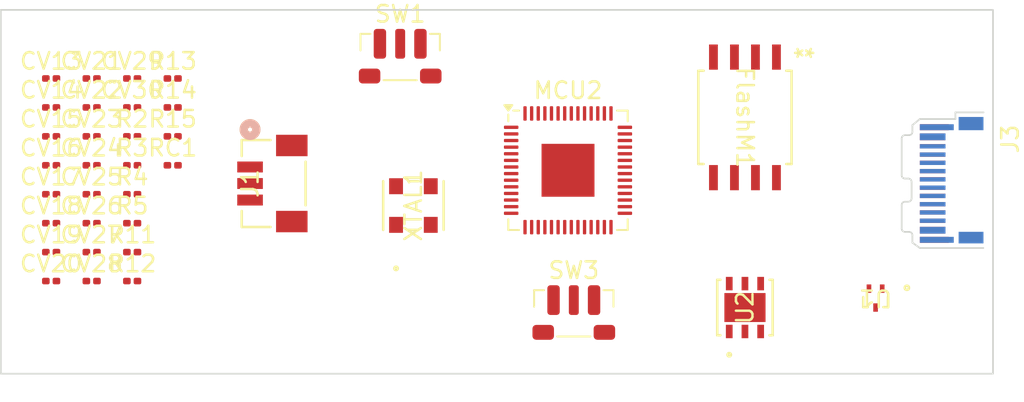
<source format=kicad_pcb>
(kicad_pcb (version 20240108) (generator "pcbnew") (generator_version "8.0")
  (layers (0 "F.Cu" signal) (1 "In1.Cu" signal) (2 "In2.Cu" signal) (31 "B.Cu" signal) (34 "B.Paste" user) (35 "F.Paste" user) (36 "B.SilkS" user "B.Silkscreen") (37 "F.SilkS" user "F.Silkscreen") (38 "B.Mask" user) (39 "F.Mask" user) (44 "Edge.Cuts" user))
  (net 0 "")
  (net 1 "Net-(MCU2-RUN)")
  (net 2 "GND")
  (net 3 "Net-(MCU2-VREG_VOUT)")
  (net 4 "+3.3V")
  (net 5 "/+5V")
  (net 6 "/MCU QSPI_SD1")
  (net 7 "/MCU QSPI_SD2")
  (net 8 "/MCU QSPI_SS")
  (net 9 "/MCU QSPI_SD0")
  (net 10 "/MCU QSPI_SD3")
  (net 11 "/MCU QSPI_SCLK")
  (net 12 "Net-(J1-Pad3)")
  (net 13 "Net-(J1-Pad1)")
  (net 14 "/USB_DP")
  (net 19 "/USB_DM")
  (net 20 "Net-(J3-CC2)")
  (net 22 "Net-(J3-CC1)")
  (net 24 "/GP12{slash}I2C0 SDA")
  (net 25 "/GP9{slash}SPI1 ~{CS}")
  (net 26 "/GP17{slash}SPI0 ~{CS}")
  (net 27 "/GP10{slash}SPI1 SCK")
  (net 28 "Net-(MCU2-SWD)")
  (net 29 "/GP20{slash}PWM2 A{slash}CLKIN 0")
  (net 30 "/GP27_ADC1")
  (net 31 "/GP5{slash}UART1 RX")
  (net 32 "/GP28_ADC2")
  (net 33 "Net-(MCU2-USB_DP)")
  (net 34 "/GP18{slash}SPI0 SCK")
  (net 35 "Net-(MCU2-SWCLK)")
  (net 36 "/GP25{slash}PWM4 B")
  (net 37 "/GP8{slash}SPI1 MISO")
  (net 38 "/GP21{slash}PWM2 B{slash}CLKOUT 0")
  (net 39 "/GP26_ADC0")
  (net 40 "/GP11{slash}SPI1 MOSI")
  (net 42 "/GP7{slash}UART1 RTS")
  (net 43 "/GP22{slash}PWM3 A{slash}CLKIN 1")
  (net 44 "Net-(MCU2-USB_DM)")
  (net 45 "/GP1{slash}UART0 RX")
  (net 46 "/GP0{slash}UART0 TX")
  (net 47 "CRYSTAL")
  (net 48 "/GP4{slash}UART1 TX")
  (net 49 "/GP29_ADC3")
  (net 50 "/GP6{slash}UART1 CTS")
  (net 51 "/GP2{slash}UART0 CTS")
  (net 52 "/GP3{slash}UART0 RTS")
  (net 53 "/GP13{slash}I2C0 SCL")
  (net 54 "/GP19{slash}SPI0 MOSI")
  (net 55 "/GP15{slash}I2C1 SCL")
  (net 56 "/GP23{slash}PWM3 B{slash}CLKOUT 1")
  (net 57 "/GP24{slash}PWM4 A")
  (net 58 "/GP16{slash}SPI0 MISO")
  (net 59 "/GP14{slash}I2C1 SDA")
  (net 60 "/~{RST}")
  (net 61 "Net-(XTAL1-TRI-STATE(STBY))")
  (net 62 "/~{USB_BOOT}")
  (footprint "Resistor_SMD:R_0201_0603Metric" (layer "F.Cu") (at 119.943 67.1474)
    (property "Reference" "R4" (at 0 -1.05 0) (layer "F.SilkS"))
    (property "Value" "27")
    (pad "1" smd roundrect (at -0.32 0) (size 0.46 0.4) (layers "F.Cu" "F.Mask") (net 19 "/USB_DM"))
    (pad "2" smd roundrect (at 0.32 0) (size 0.46 0.4) (layers "F.Cu" "F.Mask") (net 44 "Net-(MCU2-USB_DM)"))
  )
  (footprint "Resistor_SMD:R_0201_0603Metric" (layer "F.Cu") (at 119.943 72.3974)
    (property "Reference" "R12" (at 0 -1.05 0) (layer "F.SilkS"))
    (property "Value" "1k")
    (pad "1" smd roundrect (at -0.32 0) (size 0.46 0.4) (layers "F.Cu" "F.Mask") (net 60 "/~{RST}"))
    (pad "2" smd roundrect (at 0.32 0) (size 0.46 0.4) (layers "F.Cu" "F.Mask") (net 1 "Net-(MCU2-RUN)"))
  )
  (footprint "SWD_Con:CONN_BM03B-SRSS-TBLFSN_JST" (layer "F.Cu") (at 128.5 66.5 90)
    (property "Reference" "J1" (at 0 -1.4284 90) (layer "F.SilkS"))
    (property "Value" "BM03B-SRSS-TBLFSN")
    (fp_circle (center 3.2639 -1.4284) (end 3.6449 -1.4284) (stroke (width 0.508)) (fill none) (layer "B.SilkS"))
    (fp_line (start 2.6289 -1.9304) (end 1.662941 -1.9304) (stroke (width 0.1524)) (layer "F.SilkS"))
    (fp_line (start -1.662941 -1.9304) (end -2.6289 -1.9304) (stroke (width 0.1524)) (layer "F.SilkS"))
    (fp_line (start -2.6289 -1.9304) (end -2.6289 -0.188641) (stroke (width 0.1524)) (layer "F.SilkS"))
    (fp_line (start 2.6289 -0.188641) (end 2.6289 -1.9304) (stroke (width 0.1524)) (layer "F.SilkS"))
    (fp_line (start -1.31956 1.9304) (end 1.31956 1.9304) (stroke (width 0.1524)) (layer "F.SilkS"))
    (fp_circle (center 3.2639 -1.4284) (end 3.6449 -1.4284) (stroke (width 0.508)) (fill none) (layer "F.SilkS"))
    (pad "1" smd rect (at 1.000001 -1.4284 90) (size 0.6604 1.5494) (layers "F.Cu" "F.Paste" "F.Mask") (net 13 "Net-(J1-Pad1)"))
    (pad "2" smd rect (at 0 -1.4284 90) (size 0.6604 1.5494) (layers "F.Cu" "F.Paste" "F.Mask") (net 2 "GND"))
    (pad "3" smd rect (at -1.000001 -1.4284 90) (size 0.6604 1.5494) (layers "F.Cu" "F.Paste" "F.Mask") (net 12 "Net-(J1-Pad3)"))
    (pad "4" smd rect (at -2.3 1.096599 180) (size 1.905 1.2954) (layers "F.Cu" "F.Paste" "F.Mask"))
    (pad "5" smd rect (at 2.3 1.096599 180) (size 1.905 1.2954) (layers "F.Cu" "F.Paste" "F.Mask"))
  )
  (footprint "Resistor_SMD:R_0201_0603Metric" (layer "F.Cu") (at 122.393 65.3974)
    (property "Reference" "RC1" (at 0 -1.05 0) (layer "F.SilkS"))
    (property "Value" "5k1")
    (pad "1" smd roundrect (at -0.32 0) (size 0.46 0.4) (layers "F.Cu" "F.Mask") (net 2 "GND"))
    (pad "2" smd roundrect (at 0.32 0) (size 0.46 0.4) (layers "F.Cu" "F.Mask") (net 20 "Net-(J3-CC2)"))
  )
  (footprint "Capacitor_SMD:C_0201_0603Metric" (layer "F.Cu") (at 119.943 60.1474)
    (property "Reference" "CV29" (at 0 -1.05 0) (layer "F.SilkS"))
    (property "Value" "1uF")
    (pad "1" smd roundrect (at -0.32 0) (size 0.46 0.4) (layers "F.Cu" "F.Mask") (net 2 "GND"))
    (pad "2" smd roundrect (at 0.32 0) (size 0.46 0.4) (layers "F.Cu" "F.Mask") (net 5 "/+5V"))
  )
  (footprint "Capacitor_SMD:C_0201_0603Metric" (layer "F.Cu") (at 117.493 72.3974)
    (property "Reference" "CV28" (at 0 -1.05 0) (layer "F.SilkS"))
    (property "Value" "4.7uF")
    (pad "1" smd roundrect (at -0.32 0) (size 0.46 0.4) (layers "F.Cu" "F.Mask") (net 2 "GND"))
    (pad "2" smd roundrect (at 0.32 0) (size 0.46 0.4) (layers "F.Cu" "F.Mask") (net 4 "+3.3V"))
  )
  (footprint "ESD7L5-Diode:SOT-723_0P85X1P25_ONS" (layer "F.Cu") (at 164.899999 73.4285 180)
    (property "Reference" "U1" (at 0 0 180) (layer "F.SilkS"))
    (property "Value" "ESD7L5.0DT5G")
    (fp_line (start 0.7493 0.059075) (end 0.7493 -0.5461) (stroke (width 0.1524)) (layer "F.SilkS"))
    (fp_line (start 0.7493 -0.5461) (end 0.47244 -0.5461) (stroke (width 0.1524)) (layer "F.SilkS"))
    (fp_line (start -0.47244 -0.5461) (end -0.7493 -0.5461) (stroke (width 0.1524)) (layer "F.SilkS"))
    (fp_line (start -0.7493 -0.5461) (end -0.7493 0.059075) (stroke (width 0.1524)) (layer "F.SilkS"))
    (fp_circle (center -1.8923 0.6223) (end -1.7653 0.6223) (stroke (width 0.1524)) (fill none) (layer "F.SilkS"))
    (pad "1" smd rect (at -0.399999 0.5715 180) (size 0.2794 0.508) (layers "F.Cu" "F.Paste" "F.Mask") (net 19 "/USB_DM"))
    (pad "2" smd rect (at 0.399999 0.5715 180) (size 0.2794 0.508) (layers "F.Cu" "F.Paste" "F.Mask") (net 14 "/USB_DP"))
    (pad "3" smd rect (at 0 -0.5715 180) (size 0.2794 0.508) (layers "F.Cu" "F.Paste" "F.Mask") (net 2 "GND"))
  )
  (footprint "Button_Switch_SMD:SW_Push_1P1T-MP_NO_Horizontal_Alps_SKRTLAE010" (layer "F.Cu") (at 146.65 74.45)
    (property "Reference" "SW3" (at 0 -2.7 180) (layer "F.SilkS"))
    (property "Value" "SW_Push")
    (fp_line (start -2.4 -1.5) (end -2.4 -0.5) (stroke (width 0.12)) (layer "F.SilkS"))
    (fp_line (start -1.8 -1.5) (end -2.4 -1.5) (stroke (width 0.12)) (layer "F.SilkS"))
    (fp_line (start -1 1.3) (end 1 1.3) (stroke (width 0.12)) (layer "F.SilkS"))
    (fp_line (start 1.8 -1.5) (end 2.4 -1.5) (stroke (width 0.12)) (layer "F.SilkS"))
    (fp_line (start 2.4 -1.5) (end 2.4 -0.5) (stroke (width 0.12)) (layer "F.SilkS"))
    (pad "" np_thru_hole circle (at -2.125 0) (size 0.9 0.9) (drill 0.9) (layers "*.Cu" "*.Mask"))
    (pad "" np_thru_hole circle (at 2.125 0) (size 0.9 0.9) (drill 0.9) (layers "*.Cu" "*.Mask"))
    (pad "1" smd roundrect (at -1.225 -0.9) (size 0.75 1.8) (layers "F.Cu" "F.Paste" "F.Mask") (net 2 "GND"))
    (pad "1" smd roundrect (at 1.225 -0.9) (size 0.75 1.8) (layers "F.Cu" "F.Paste" "F.Mask") (net 2 "GND"))
    (pad "2" smd roundrect (at 0 -0.9) (size 0.6 1.8) (layers "F.Cu" "F.Paste" "F.Mask") (net 62 "/~{USB_BOOT}"))
    (pad "MP" smd roundrect (at -1.85 1.05) (size 1.3 0.9) (layers "F.Cu" "F.Paste" "F.Mask"))
    (pad "MP" smd roundrect (at 1.85 1.05) (size 1.3 0.9) (layers "F.Cu" "F.Paste" "F.Mask"))
  )
  (footprint "Capacitor_SMD:C_0201_0603Metric" (layer "F.Cu") (at 115.043 65.3974)
    (property "Reference" "CV16" (at 0 -1.05 0) (layer "F.SilkS"))
    (property "Value" "100nF")
    (pad "1" smd roundrect (at -0.32 0) (size 0.46 0.4) (layers "F.Cu" "F.Mask") (net 2 "GND"))
    (pad "2" smd roundrect (at 0.32 0) (size 0.46 0.4) (layers "F.Cu" "F.Mask") (net 3 "Net-(MCU2-VREG_VOUT)"))
  )
  (footprint "Capacitor_SMD:C_0201_0603Metric" (layer "F.Cu") (at 115.043 60.1474)
    (property "Reference" "CV13" (at 0 -1.05 0) (layer "F.SilkS"))
    (property "Value" "1uF")
    (pad "1" smd roundrect (at -0.32 0) (size 0.46 0.4) (layers "F.Cu" "F.Mask") (net 1 "Net-(MCU2-RUN)"))
    (pad "2" smd roundrect (at 0.32 0) (size 0.46 0.4) (layers "F.Cu" "F.Mask") (net 2 "GND"))
  )
  (footprint "Resistor_SMD:R_0201_0603Metric" (layer "F.Cu") (at 119.943 63.6474)
    (property "Reference" "R2" (at 0 -1.05 0) (layer "F.SilkS"))
    (property "Value" "1k")
    (pad "1" smd roundrect (at -0.32 0) (size 0.46 0.4) (layers "F.Cu" "F.Mask") (net 4 "+3.3V"))
    (pad "2" smd roundrect (at 0.32 0) (size 0.46 0.4) (layers "F.Cu" "F.Mask") (net 1 "Net-(MCU2-RUN)"))
  )
  (footprint "Resistor_SMD:R_0201_0603Metric" (layer "F.Cu") (at 119.943 65.3974)
    (property "Reference" "R3" (at 0 -1.05 0) (layer "F.SilkS"))
    (property "Value" "27")
    (pad "1" smd roundrect (at -0.32 0) (size 0.46 0.4) (layers "F.Cu" "F.Mask") (net 14 "/USB_DP"))
    (pad "2" smd roundrect (at 0.32 0) (size 0.46 0.4) (layers "F.Cu" "F.Mask") (net 33 "Net-(MCU2-USB_DP)"))
  )
  (footprint "Capacitor_SMD:C_0201_0603Metric" (layer "F.Cu") (at 115.043 68.8974)
    (property "Reference" "CV18" (at 0 -1.05 0) (layer "F.SilkS"))
    (property "Value" "1uF")
    (pad "1" smd roundrect (at -0.32 0) (size 0.46 0.4) (layers "F.Cu" "F.Mask") (net 4 "+3.3V"))
    (pad "2" smd roundrect (at 0.32 0) (size 0.46 0.4) (layers "F.Cu" "F.Mask") (net 2 "GND"))
  )
  (footprint "NOR Flash:SOIC_208MIL_WIN" (layer "F.Cu") (at 157 62.5 -90)
    (property "Reference" "FlashM1" (at 0 0 -90) (layer "F.SilkS"))
    (property "Value" "W25Q128JVSIQ_TR")
    (fp_line (start -2.8194 2.8194) (end 2.8194 2.8194) (stroke (width 0.1524)) (layer "F.SilkS"))
    (fp_line (start 2.8194 2.8194) (end 2.8194 2.498325) (stroke (width 0.1524)) (layer "F.SilkS"))
    (fp_line (start -2.8194 2.498325) (end -2.8194 2.8194) (stroke (width 0.1524)) (layer "F.SilkS"))
    (fp_line (start 2.8194 -2.498325) (end 2.8194 -2.8194) (stroke (width 0.1524)) (layer "F.SilkS"))
    (fp_line (start -2.8194 -2.8194) (end -2.8194 -2.498325) (stroke (width 0.1524)) (layer "F.SilkS"))
    (fp_line (start 2.8194 -2.8194) (end -2.8194 -2.8194) (stroke (width 0.1524)) (layer "F.SilkS"))
    (fp_text user "*" (at -3.8989 -3.5814 -90) (layer "F.SilkS"))
    (fp_text user "*" (at -3.8989 -3.5814 90) (layer "F.SilkS"))
    (pad "1" smd rect (at -3.6449 -1.905 270) (size 1.524 0.5334) (layers "F.Cu" "F.Paste" "F.Mask") (net 8 "/MCU QSPI_SS"))
    (pad "2" smd rect (at -3.6449 -0.635 270) (size 1.524 0.5334) (layers "F.Cu" "F.Paste" "F.Mask") (net 6 "/MCU QSPI_SD1"))
    (pad "3" smd rect (at -3.6449 0.635 270) (size 1.524 0.5334) (layers "F.Cu" "F.Paste" "F.Mask") (net 7 "/MCU QSPI_SD2"))
    (pad "4" smd rect (at -3.6449 1.905 270) (size 1.524 0.5334) (layers "F.Cu" "F.Paste" "F.Mask") (net 2 "GND"))
    (pad "5" smd rect (at 3.6449 1.905 270) (size 1.524 0.5334) (layers "F.Cu" "F.Paste" "F.Mask") (net 9 "/MCU QSPI_SD0"))
    (pad "6" smd rect (at 3.6449 0.635 270) (size 1.524 0.5334) (layers "F.Cu" "F.Paste" "F.Mask") (net 11 "/MCU QSPI_SCLK"))
    (pad "7" smd rect (at 3.6449 -0.635 270) (size 1.524 0.5334) (layers "F.Cu" "F.Paste" "F.Mask") (net 10 "/MCU QSPI_SD3"))
    (pad "8" smd rect (at 3.6449 -1.905 270) (size 1.524 0.5334) (layers "F.Cu" "F.Paste" "F.Mask") (net 4 "+3.3V"))
  )
  (footprint "Connector_USB:USB_C_Plug_JAE_DX07P024AJ1" (layer "F.Cu") (at 169.5 66.5 -90)
    (property "Reference" "J3" (at -2.6925 -3.54 90) (layer "F.SilkS"))
    (property "Value" "USB_C")
    (fp_line (start -0.5 3.0225) (end -2.725 3.0225) (stroke (width 0.1)) (layer "Edge.Cuts"))
    (fp_line (start 1.3 3.0225) (end 2.725 3.0225) (stroke (width 0.1)) (layer "Edge.Cuts"))
    (fp_line (start -2.925 2.8225) (end -2.925 2.5725) (stroke (width 0.1)) (layer "Edge.Cuts"))
    (fp_line (start 1.1 2.8225) (end 1.1 2.6225) (stroke (width 0.1)) (layer "Edge.Cuts"))
    (fp_line (start 2.925 2.8225) (end 2.925 2.5725) (stroke (width 0.1)) (layer "Edge.Cuts"))
    (fp_line (start -0.3 2.6225) (end -0.3 2.8225) (stroke (width 0.1)) (layer "Edge.Cuts"))
    (fp_line (start -0.1 2.4225) (end 0.9 2.4225) (stroke (width 0.1)) (layer "Edge.Cuts"))
    (fp_line (start -3.53 2.3725) (end -3.9 1.9225) (stroke (width 0.1)) (layer "Edge.Cuts"))
    (fp_line (start -3.125 2.3725) (end -3.53 2.3725) (stroke (width 0.1)) (layer "Edge.Cuts"))
    (fp_line (start 3.125 2.3725) (end 3.575 2.3725) (stroke (width 0.1)) (layer "Edge.Cuts"))
    (fp_line (start 3.575 2.3725) (end 3.9 1.9225) (stroke (width 0.1)) (layer "Edge.Cuts"))
    (fp_line (start -3.9 1.9225) (end -3.9 -0.2275) (stroke (width 0.1)) (layer "Edge.Cuts"))
    (fp_line (start 3.9 1.9225) (end 3.9 -1.9175) (stroke (width 0.1)) (layer "Edge.Cuts"))
    (fp_line (start -4.3 -0.2275) (end -3.9 -0.2275) (stroke (width 0.1)) (layer "Edge.Cuts"))
    (fp_line (start -4.3 -1.93) (end -4.3 -0.2275) (stroke (width 0.1)) (layer "Edge.Cuts"))
    (fp_arc (start -2.725 3.0225) (mid -2.866421 2.963921) (end -2.925 2.8225) (stroke (width 0.1)) (layer "Edge.Cuts"))
    (fp_arc (start 1.3 3.0225) (mid 1.158579 2.963921) (end 1.1 2.8225) (stroke (width 0.1)) (layer "Edge.Cuts"))
    (fp_arc (start -0.3 2.8225) (mid -0.358579 2.963921) (end -0.5 3.0225) (stroke (width 0.1)) (layer "Edge.Cuts"))
    (fp_arc (start 2.925 2.8225) (mid 2.866421 2.963921) (end 2.725 3.0225) (stroke (width 0.1)) (layer "Edge.Cuts"))
    (fp_arc (start -0.3 2.6225) (mid -0.241421 2.481079) (end -0.1 2.4225) (stroke (width 0.1)) (layer "Edge.Cuts"))
    (fp_arc (start 2.925 2.5725) (mid 2.983579 2.431079) (end 3.125 2.3725) (stroke (width 0.1)) (layer "Edge.Cuts"))
    (fp_arc (start 0.9 2.4225) (mid 1.041421 2.481079) (end 1.1 2.6225) (stroke (width 0.1)) (layer "Edge.Cuts"))
    (fp_arc (start -3.125 2.3725) (mid -2.983579 2.431079) (end -2.925 2.5725) (stroke (width 0.1)) (layer "Edge.Cuts"))
    (pad "" smd rect (at -3.405 1.0475 270) (size 0.36 1.75) (layers "F.Cu" "F.Mask"))
    (pad "" smd rect (at 3.405 1.0475 270) (size 0.36 1.75) (layers "F.Cu" "F.Mask"))
    (pad "A1" smd rect (at 2.825 1.1475 270) (size 0.41 1.55) (layers "F.Cu" "F.Paste" "F.Mask") (net 2 "GND"))
    (pad "A2" smd rect (at 2.25 1.1475 270) (size 0.26 1.55) (layers "F.Cu" "F.Paste" "F.Mask"))
    (pad "A3" smd rect (at 1.75 1.1475 270) (size 0.26 1.55) (layers "F.Cu" "F.Paste" "F.Mask"))
    (pad "A4" smd rect (at 1.25 1.1475 270) (size 0.26 1.55) (layers "F.Cu" "F.Paste" "F.Mask") (net 5 "/+5V"))
    (pad "A5" smd rect (at 0.75 1.1475 270) (size 0.26 1.55) (layers "F.Cu" "F.Paste" "F.Mask") (net 22 "Net-(J3-CC1)"))
    (pad "A6" smd rect (at 0.25 1.1475 90) (size 0.26 1.55) (layers "F.Cu" "F.Paste" "F.Mask") (net 14 "/USB_DP"))
    (pad "A7" smd rect (at -0.25 1.1475 90) (size 0.26 1.55) (layers "F.Cu" "F.Paste" "F.Mask") (net 19 "/USB_DM"))
    (pad "A8" smd rect (at -0.75 1.1475 270) (size 0.26 1.55) (layers "F.Cu" "F.Paste" "F.Mask"))
    (pad "A9" smd rect (at -1.25 1.1475 270) (size 0.26 1.55) (layers "F.Cu" "F.Paste" "F.Mask") (net 5 "/+5V"))
    (pad "A10" smd rect (at -1.75 1.1475 270) (size 0.26 1.55) (layers "F.Cu" "F.Paste" "F.Mask"))
    (pad "A11" smd rect (at -2.25 1.1475 270) (size 0.26 1.55) (layers "F.Cu" "F.Paste" "F.Mask"))
    (pad "A12" smd rect (at -2.825 1.1475 270) (size 0.41 1.55) (layers "F.Cu" "F.Paste" "F.Mask") (net 2 "GND"))
    (pad "B1" smd rect (at -2.825 1.1475 270) (size 0.41 1.55) (layers "B.Cu" "B.Paste" "B.Mask") (net 2 "GND"))
    (pad "B2" smd rect (at -2.25 1.1475 270) (size 0.26 1.55) (layers "B.Cu" "B.Paste" "B.Mask"))
    (pad "B3" smd rect (at -1.75 1.1475 270) (size 0.26 1.55) (layers "B.Cu" "B.Paste" "B.Mask"))
    (pad "B4" smd rect (at -1.25 1.1475 270) (size 0.26 1.55) (layers "B.Cu" "B.Paste" "B.Mask") (net 5 "/+5V"))
    (pad "B5" smd rect (at -0.75 1.1475 270) (size 0.26 1.55) (layers "B.Cu" "B.Paste" "B.Mask") (net 20 "Net-(J3-CC2)"))
    (pad "B6" smd rect (at -0.25 1.1475 90) (size 0.26 1.55) (layers "B.Cu" "B.Paste" "B.Mask") (net 14 "/USB_DP"))
    (pad "B7" smd rect (at 0.25 1.1475 270) (size 0.26 1.55) (layers "B.Cu" "B.Paste" "B.Mask") (net 19 "/USB_DM"))
    (pad "B8" smd rect (at 0.75 1.1475 270) (size 0.26 1.55) (layers "B.Cu" "B.Paste" "B.Mask"))
    (pad "B9" smd rect (at 1.25 1.1475 270) (size 0.26 1.55) (layers "B.Cu" "B.Paste" "B.Mask") (net 5 "/+5V"))
    (pad "B10" smd rect (at 1.75 1.1475 270) (size 0.26 1.55) (layers "B.Cu" "B.Paste" "B.Mask"))
    (pad "B11" smd rect (at 2.25 1.1475 270) (size 0.26 1.55) (layers "B.Cu" "B.Paste" "B.Mask"))
    (pad "B12" smd rect (at 2.825 1.1475 270) (size 0.41 1.55) (layers "B.Cu" "B.Paste" "B.Mask") (net 2 "GND"))
    (pad "S1" smd rect (at -3.625 -1.1725 270) (size 0.8 1.5) (layers "B.Cu" "B.Paste" "B.Mask"))
    (pad "S1" smd rect (at -3.405 0.8975 270) (size 0.36 2.05) (layers "B.Cu" "B.Paste" "B.Mask"))
    (pad "S1" smd rect (at 3.27 -1.1725 90) (size 0.7 1.5) (layers "B.Cu" "B.Paste" "B.Mask"))
    (pad "S1" smd rect (at 3.405 0.8975 270) (size 0.36 2.05) (layers "B.Cu" "B.Paste" "B.Mask"))
  )
  (footprint "Resistor_SMD:R_0201_0603Metric" (layer "F.Cu") (at 122.393 61.8974)
    (property "Reference" "R14" (at 0 -1.05 0) (layer "F.SilkS"))
    (property "Value" "1k")
    (pad "1" smd roundrect (at -0.32 0) (size 0.46 0.4) (layers "F.Cu" "F.Mask") (net 62 "/~{USB_BOOT}"))
    (pad "2" smd roundrect (at 0.32 0) (size 0.46 0.4) (layers "F.Cu" "F.Mask") (net 8 "/MCU QSPI_SS"))
  )
  (footprint "Capacitor_SMD:C_0201_0603Metric" (layer "F.Cu") (at 117.493 67.1474)
    (property "Reference" "CV25" (at 0 -1.05 0) (layer "F.SilkS"))
    (property "Value" "1uF")
    (pad "1" smd roundrect (at -0.32 0) (size 0.46 0.4) (layers "F.Cu" "F.Mask") (net 4 "+3.3V"))
    (pad "2" smd roundrect (at 0.32 0) (size 0.46 0.4) (layers "F.Cu" "F.Mask") (net 2 "GND"))
  )
  (footprint "Capacitor_SMD:C_0201_0603Metric" (layer "F.Cu") (at 115.043 70.6474)
    (property "Reference" "CV19" (at 0 -1.05 0) (layer "F.SilkS"))
    (property "Value" "100nF")
    (pad "1" smd roundrect (at -0.32 0) (size 0.46 0.4) (layers "F.Cu" "F.Mask") (net 4 "+3.3V"))
    (pad "2" smd roundrect (at 0.32 0) (size 0.46 0.4) (layers "F.Cu" "F.Mask") (net 2 "GND"))
  )
  (footprint "Resistor_SMD:R_0201_0603Metric" (layer "F.Cu") (at 122.393 63.6474)
    (property "Reference" "R15" (at 0 -1.05 0) (layer "F.SilkS"))
    (property "Value" "5k1")
    (pad "1" smd roundrect (at -0.32 0) (size 0.46 0.4) (layers "F.Cu" "F.Mask") (net 2 "GND"))
    (pad "2" smd roundrect (at 0.32 0) (size 0.46 0.4) (layers "F.Cu" "F.Mask") (net 22 "Net-(J3-CC1)"))
  )
  (footprint "Capacitor_SMD:C_0201_0603Metric" (layer "F.Cu") (at 115.043 61.8974)
    (property "Reference" "CV14" (at 0 -1.05 0) (layer "F.SilkS"))
    (property "Value" "100nF")
    (pad "1" smd roundrect (at -0.32 0) (size 0.46 0.4) (layers "F.Cu" "F.Mask") (net 2 "GND"))
    (pad "2" smd roundrect (at 0.32 0) (size 0.46 0.4) (layers "F.Cu" "F.Mask") (net 3 "Net-(MCU2-VREG_VOUT)"))
  )
  (footprint "LDO ST1L05A:DFN_5APU33R_STM" (layer "F.Cu") (at 157 74 90)
    (property "Reference" "U2" (at 0 0 90) (layer "F.SilkS"))
    (property "Value" "ST1L05APU33R")
    (fp_line (start 1.6764 -1.6764) (end -1.6764 -1.6764) (stroke (width 0.1524)) (layer "F.SilkS"))
    (fp_line (start -1.6764 -1.6764) (end -1.6764 -1.485941) (stroke (width 0.1524)) (layer "F.SilkS"))
    (fp_line (start 1.6764 -1.485941) (end 1.6764 -1.6764) (stroke (width 0.1524)) (layer "F.SilkS"))
    (fp_line (start -1.6764 1.485941) (end -1.6764 1.6764) (stroke (width 0.1524)) (layer "F.SilkS"))
    (fp_line (start 1.6764 1.6764) (end 1.6764 1.485941) (stroke (width 0.1524)) (layer "F.SilkS"))
    (fp_line (start -1.6764 1.6764) (end 1.6764 1.6764) (stroke (width 0.1524)) (layer "F.SilkS"))
    (fp_circle (center -2.855 -0.95) (end -2.7534 -0.95) (stroke (width 0.1524)) (fill none) (layer "F.SilkS"))
    (pad "1" smd rect (at -1.4478 -0.950001 90) (size 0.8128 0.4064) (layers "F.Cu" "F.Paste" "F.Mask"))
    (pad "2" smd rect (at -1.4478 0 90) (size 0.8128 0.4064) (layers "F.Cu" "F.Paste" "F.Mask") (net 4 "+3.3V"))
    (pad "3" smd rect (at -1.4478 0.950001 90) (size 0.8128 0.4064) (layers "F.Cu" "F.Paste" "F.Mask") (net 5 "/+5V"))
    (pad "4" smd rect (at 1.4478 0.950001 90) (size 0.8128 0.4064) (layers "F.Cu" "F.Paste" "F.Mask"))
    (pad "5" smd rect (at 1.4478 0 90) (size 0.8128 0.4064) (layers "F.Cu" "F.Paste" "F.Mask"))
    (pad "6" smd rect (at 1.4478 -0.950001 90) (size 0.8128 0.4064) (layers "F.Cu" "F.Paste" "F.Mask") (net 2 "GND"))
    (pad "7" smd rect (at 0 0 90) (size 1.7526 2.4892) (layers "F.Cu" "F.Paste" "F.Mask") (net 2 "GND"))
  )
  (footprint "Resistor_SMD:R_0201_0603Metric" (layer "F.Cu") (at 119.943 70.6474)
    (property "Reference" "R11" (at 0 -1.05 0) (layer "F.SilkS"))
    (property "Value" "100")
    (pad "1" smd roundrect (at -0.32 0) (size 0.46 0.4) (layers "F.Cu" "F.Mask") (net 12 "Net-(J1-Pad3)"))
    (pad "2" smd roundrect (at 0.32 0) (size 0.46 0.4) (layers "F.Cu" "F.Mask") (net 28 "Net-(MCU2-SWD)"))
  )
  (footprint "Capacitor_SMD:C_0201_0603Metric" (layer "F.Cu") (at 117.493 63.6474)
    (property "Reference" "CV23" (at 0 -1.05 0) (layer "F.SilkS"))
    (property "Value" "100nF")
    (pad "1" smd roundrect (at -0.32 0) (size 0.46 0.4) (layers "F.Cu" "F.Mask") (net 4 "+3.3V"))
    (pad "2" smd roundrect (at 0.32 0) (size 0.46 0.4) (layers "F.Cu" "F.Mask") (net 2 "GND"))
  )
  (footprint "Resistor_SMD:R_0201_0603Metric" (layer "F.Cu") (at 119.943 68.8974)
    (property "Reference" "R5" (at 0 -1.05 0) (layer "F.SilkS"))
    (property "Value" "100")
    (pad "1" smd roundrect (at -0.32 0) (size 0.46 0.4) (layers "F.Cu" "F.Mask") (net 13 "Net-(J1-Pad1)"))
    (pad "2" smd roundrect (at 0.32 0) (size 0.46 0.4) (layers "F.Cu" "F.Mask") (net 35 "Net-(MCU2-SWCLK)"))
  )
  (footprint "Capacitor_SMD:C_0201_0603Metric" (layer "F.Cu") (at 117.493 68.8974)
    (property "Reference" "CV26" (at 0 -1.05 0) (layer "F.SilkS"))
    (property "Value" "100nF")
    (pad "1" smd roundrect (at -0.32 0) (size 0.46 0.4) (layers "F.Cu" "F.Mask") (net 4 "+3.3V"))
    (pad "2" smd roundrect (at 0.32 0) (size 0.46 0.4) (layers "F.Cu" "F.Mask") (net 2 "GND"))
  )
  (footprint "Capacitor_SMD:C_0201_0603Metric" (layer "F.Cu") (at 117.493 60.1474)
    (property "Reference" "CV21" (at 0 -1.05 0) (layer "F.SilkS"))
    (property "Value" "100nF")
    (pad "1" smd roundrect (at -0.32 0) (size 0.46 0.4) (layers "F.Cu" "F.Mask") (net 4 "+3.3V"))
    (pad "2" smd roundrect (at 0.32 0) (size 0.46 0.4) (layers "F.Cu" "F.Mask") (net 2 "GND"))
  )
  (footprint "Resistor_SMD:R_0201_0603Metric" (layer "F.Cu") (at 122.393 60.1474)
    (property "Reference" "R13" (at 0 -1.05 0) (layer "F.SilkS"))
    (property "Value" "10k")
    (pad "1" smd roundrect (at -0.32 0) (size 0.46 0.4) (layers "F.Cu" "F.Mask") (net 61 "Net-(XTAL1-TRI-STATE(STBY))"))
    (pad "2" smd roundrect (at 0.32 0) (size 0.46 0.4) (layers "F.Cu" "F.Mask") (net 4 "+3.3V"))
  )
  (footprint "Capacitor_SMD:C_0201_0603Metric" (layer "F.Cu") (at 115.043 63.6474)
    (property "Reference" "CV15" (at 0 -1.05 0) (layer "F.SilkS"))
    (property "Value" "1uF")
    (pad "1" smd roundrect (at -0.32 0) (size 0.46 0.4) (layers "F.Cu" "F.Mask") (net 3 "Net-(MCU2-VREG_VOUT)"))
    (pad "2" smd roundrect (at 0.32 0) (size 0.46 0.4) (layers "F.Cu" "F.Mask") (net 2 "GND"))
  )
  (footprint "Capacitor_SMD:C_0201_0603Metric" (layer "F.Cu") (at 117.493 65.3974)
    (property "Reference" "CV24" (at 0 -1.05 0) (layer "F.SilkS"))
    (property "Value" "100nF")
    (pad "1" smd roundrect (at -0.32 0) (size 0.46 0.4) (layers "F.Cu" "F.Mask") (net 4 "+3.3V"))
    (pad "2" smd roundrect (at 0.32 0) (size 0.46 0.4) (layers "F.Cu" "F.Mask") (net 2 "GND"))
  )
  (footprint "AS12MHz:ASE-3.2X2.5_ABR" (layer "F.Cu") (at 136.95 67.8316 90)
    (property "Reference" "XTAL1" (at 0 0 90) (layer "F.SilkS"))
    (property "Value" "ASE-12.000MHZ-LC-T")
    (fp_line (start 1.4732 -1.8288) (end -1.4732 -1.8288) (stroke (width 0.1524)) (layer "F.SilkS"))
    (fp_line (start -1.4732 -0.29816) (end -1.4732 0.29816) (stroke (width 0.1524)) (layer "F.SilkS"))
    (fp_line (start 1.4732 0.29816) (end 1.4732 -0.29816) (stroke (width 0.1524)) (layer "F.SilkS"))
    (fp_line (start -1.4732 1.8288) (end 1.4732 1.8288) (stroke (width 0.1524)) (layer "F.SilkS"))
    (fp_circle (center -3.8018 -1.05) (end -3.7002 -1.05) (stroke (width 0.1524)) (fill none) (layer "F.SilkS"))
    (pad "1" smd rect (at -1.1684 -1.05 90) (size 0.9652 0.8382) (layers "F.Cu" "F.Paste" "F.Mask") (net 61 "Net-(XTAL1-TRI-STATE(STBY))"))
    (pad "2" smd rect (at -1.1684 1.05 90) (size 0.9652 0.8382) (layers "F.Cu" "F.Paste" "F.Mask") (net 2 "GND"))
    (pad "3" smd rect (at 1.1684 1.05 90) (size 0.9652 0.8382) (layers "F.Cu" "F.Paste" "F.Mask") (net 47 "CRYSTAL"))
    (pad "4" smd rect (at 1.1684 -1.05 90) (size 0.9652 0.8382) (layers "F.Cu" "F.Paste" "F.Mask") (net 4 "+3.3V"))
  )
  (footprint "Capacitor_SMD:C_0201_0603Metric" (layer "F.Cu") (at 119.943 61.8974)
    (property "Reference" "CV30" (at 0 -1.05 0) (layer "F.SilkS"))
    (property "Value" "100nF")
    (pad "1" smd roundrect (at -0.32 0) (size 0.46 0.4) (layers "F.Cu" "F.Mask") (net 4 "+3.3V"))
    (pad "2" smd roundrect (at 0.32 0) (size 0.46 0.4) (layers "F.Cu" "F.Mask") (net 2 "GND"))
  )
  (footprint "Button_Switch_SMD:SW_Push_1P1T-MP_NO_Horizontal_Alps_SKRTLAE010" (layer "F.Cu") (at 136.15 58.95)
    (property "Reference" "SW1" (at 0 -2.7 180) (layer "F.SilkS"))
    (property "Value" "SW_Push")
    (fp_line (start -2.4 -1.5) (end -2.4 -0.5) (stroke (width 0.12)) (layer "F.SilkS"))
    (fp_line (start -1.8 -1.5) (end -2.4 -1.5) (stroke (width 0.12)) (layer "F.SilkS"))
    (fp_line (start -1 1.3) (end 1 1.3) (stroke (width 0.12)) (layer "F.SilkS"))
    (fp_line (start 1.8 -1.5) (end 2.4 -1.5) (stroke (width 0.12)) (layer "F.SilkS"))
    (fp_line (start 2.4 -1.5) (end 2.4 -0.5) (stroke (width 0.12)) (layer "F.SilkS"))
    (pad "" np_thru_hole circle (at -2.125 0) (size 0.9 0.9) (drill 0.9) (layers "*.Cu" "*.Mask"))
    (pad "" np_thru_hole circle (at 2.125 0) (size 0.9 0.9) (drill 0.9) (layers "*.Cu" "*.Mask"))
    (pad "1" smd roundrect (at -1.225 -0.9) (size 0.75 1.8) (layers "F.Cu" "F.Paste" "F.Mask") (net 2 "GND"))
    (pad "1" smd roundrect (at 1.225 -0.9) (size 0.75 1.8) (layers "F.Cu" "F.Paste" "F.Mask") (net 2 "GND"))
    (pad "2" smd roundrect (at 0 -0.9) (size 0.6 1.8) (layers "F.Cu" "F.Paste" "F.Mask") (net 60 "/~{RST}"))
    (pad "MP" smd roundrect (at -1.85 1.05) (size 1.3 0.9) (layers "F.Cu" "F.Paste" "F.Mask"))
    (pad "MP" smd roundrect (at 1.85 1.05) (size 1.3 0.9) (layers "F.Cu" "F.Paste" "F.Mask"))
  )
  (footprint "Capacitor_SMD:C_0201_0603Metric" (layer "F.Cu") (at 117.493 70.6474)
    (property "Reference" "CV27" (at 0 -1.05 0) (layer "F.SilkS"))
    (property "Value" "4.7uF")
    (pad "1" smd roundrect (at -0.32 0) (size 0.46 0.4) (layers "F.Cu" "F.Mask") (net 2 "GND"))
    (pad "2" smd roundrect (at 0.32 0) (size 0.46 0.4) (layers "F.Cu" "F.Mask") (net 5 "/+5V"))
  )
  (footprint "Capacitor_SMD:C_0201_0603Metric" (layer "F.Cu") (at 117.493 61.8974)
    (property "Reference" "CV22" (at 0 -1.05 0) (layer "F.SilkS"))
    (property "Value" "100nF")
    (pad "1" smd roundrect (at -0.32 0) (size 0.46 0.4) (layers "F.Cu" "F.Mask") (net 4 "+3.3V"))
    (pad "2" smd roundrect (at 0.32 0) (size 0.46 0.4) (layers "F.Cu" "F.Mask") (net 2 "GND"))
  )
  (footprint "Capacitor_SMD:C_0201_0603Metric" (layer "F.Cu") (at 115.043 67.1474)
    (property "Reference" "CV17" (at 0 -1.05 0) (layer "F.SilkS"))
    (property "Value" "100nF")
    (pad "1" smd roundrect (at -0.32 0) (size 0.46 0.4) (layers "F.Cu" "F.Mask") (net 4 "+3.3V"))
    (pad "2" smd roundrect (at 0.32 0) (size 0.46 0.4) (layers "F.Cu" "F.Mask") (net 2 "GND"))
  )
  (footprint "Capacitor_SMD:C_0201_0603Metric" (layer "F.Cu") (at 115.043 72.3974)
    (property "Reference" "CV20" (at 0 -1.05 0) (layer "F.SilkS"))
    (property "Value" "100nF")
    (pad "1" smd roundrect (at -0.32 0) (size 0.46 0.4) (layers "F.Cu" "F.Mask") (net 4 "+3.3V"))
    (pad "2" smd roundrect (at 0.32 0) (size 0.46 0.4) (layers "F.Cu" "F.Mask") (net 2 "GND"))
  )
  (footprint "Package_DFN_QFN:QFN-56-1EP_7x7mm_P0.4mm_EP3.2x3.2mm" (layer "F.Cu") (at 146.3 65.7)
    (property "Reference" "MCU2" (at 0 -4.83 0) (layer "F.SilkS"))
    (property "Value" "RP2040")
    (fp_line (start -3.61 -2.96) (end -3.61 -3.37) (stroke (width 0.12)) (layer "F.SilkS"))
    (fp_line (start -3.61 3.61) (end -3.61 2.96) (stroke (width 0.12)) (layer "F.SilkS"))
    (fp_line (start -2.96 -3.61) (end -3.31 -3.61) (stroke (width 0.12)) (layer "F.SilkS"))
    (fp_line (start -2.96 3.61) (end -3.61 3.61) (stroke (width 0.12)) (layer "F.SilkS"))
    (fp_line (start 2.96 -3.61) (end 3.61 -3.61) (stroke (width 0.12)) (layer "F.SilkS"))
    (fp_line (start 2.96 3.61) (end 3.61 3.61) (stroke (width 0.12)) (layer "F.SilkS"))
    (fp_line (start 3.61 -3.61) (end 3.61 -2.96) (stroke (width 0.12)) (layer "F.SilkS"))
    (fp_line (start 3.61 3.61) (end 3.61 2.96) (stroke (width 0.12)) (layer "F.SilkS"))
    (fp_poly (pts (xy -3.61 -3.61) (xy -3.85 -3.94) (xy -3.37 -3.94) (xy -3.61 -3.61)) (stroke (width 0.12)) (fill solid) (layer "F.SilkS"))
    (pad "1" smd roundrect (at -3.4375 -2.6) (size 0.875 0.2) (layers "F.Cu" "F.Paste" "F.Mask") (net 4 "+3.3V"))
    (pad "2" smd roundrect (at -3.4375 -2.2) (size 0.875 0.2) (layers "F.Cu" "F.Paste" "F.Mask") (net 46 "/GP0{slash}UART0 TX"))
    (pad "3" smd roundrect (at -3.4375 -1.8) (size 0.875 0.2) (layers "F.Cu" "F.Paste" "F.Mask") (net 45 "/GP1{slash}UART0 RX"))
    (pad "4" smd roundrect (at -3.4375 -1.4) (size 0.875 0.2) (layers "F.Cu" "F.Paste" "F.Mask") (net 51 "/GP2{slash}UART0 CTS"))
    (pad "5" smd roundrect (at -3.4375 -1) (size 0.875 0.2) (layers "F.Cu" "F.Paste" "F.Mask") (net 52 "/GP3{slash}UART0 RTS"))
    (pad "6" smd roundrect (at -3.4375 -0.6) (size 0.875 0.2) (layers "F.Cu" "F.Paste" "F.Mask") (net 48 "/GP4{slash}UART1 TX"))
    (pad "7" smd roundrect (at -3.4375 -0.2) (size 0.875 0.2) (layers "F.Cu" "F.Paste" "F.Mask") (net 31 "/GP5{slash}UART1 RX"))
    (pad "8" smd roundrect (at -3.4375 0.2) (size 0.875 0.2) (layers "F.Cu" "F.Paste" "F.Mask") (net 50 "/GP6{slash}UART1 CTS"))
    (pad "9" smd roundrect (at -3.4375 0.6) (size 0.875 0.2) (layers "F.Cu" "F.Paste" "F.Mask") (net 42 "/GP7{slash}UART1 RTS"))
    (pad "10" smd roundrect (at -3.4375 1) (size 0.875 0.2) (layers "F.Cu" "F.Paste" "F.Mask") (net 4 "+3.3V"))
    (pad "11" smd roundrect (at -3.4375 1.4) (size 0.875 0.2) (layers "F.Cu" "F.Paste" "F.Mask") (net 37 "/GP8{slash}SPI1 MISO"))
    (pad "12" smd roundrect (at -3.4375 1.8) (size 0.875 0.2) (layers "F.Cu" "F.Paste" "F.Mask") (net 25 "/GP9{slash}SPI1 ~{CS}"))
    (pad "13" smd roundrect (at -3.4375 2.2) (size 0.875 0.2) (layers "F.Cu" "F.Paste" "F.Mask") (net 27 "/GP10{slash}SPI1 SCK"))
    (pad "14" smd roundrect (at -3.4375 2.6) (size 0.875 0.2) (layers "F.Cu" "F.Paste" "F.Mask") (net 40 "/GP11{slash}SPI1 MOSI"))
    (pad "15" smd roundrect (at -2.6 3.4375) (size 0.2 0.875) (layers "F.Cu" "F.Paste" "F.Mask") (net 24 "/GP12{slash}I2C0 SDA"))
    (pad "16" smd roundrect (at -2.2 3.4375) (size 0.2 0.875) (layers "F.Cu" "F.Paste" "F.Mask") (net 53 "/GP13{slash}I2C0 SCL"))
    (pad "17" smd roundrect (at -1.8 3.4375) (size 0.2 0.875) (layers "F.Cu" "F.Paste" "F.Mask") (net 59 "/GP14{slash}I2C1 SDA"))
    (pad "18" smd roundrect (at -1.4 3.4375) (size 0.2 0.875) (layers "F.Cu" "F.Paste" "F.Mask") (net 55 "/GP15{slash}I2C1 SCL"))
    (pad "19" smd roundrect (at -1 3.4375) (size 0.2 0.875) (layers "F.Cu" "F.Paste" "F.Mask") (net 2 "GND"))
    (pad "20" smd roundrect (at -0.6 3.4375) (size 0.2 0.875) (layers "F.Cu" "F.Paste" "F.Mask") (net 47 "CRYSTAL"))
    (pad "21" smd roundrect (at -0.2 3.4375) (size 0.2 0.875) (layers "F.Cu" "F.Paste" "F.Mask"))
    (pad "22" smd roundrect (at 0.2 3.4375) (size 0.2 0.875) (layers "F.Cu" "F.Paste" "F.Mask") (net 4 "+3.3V"))
    (pad "23" smd roundrect (at 0.6 3.4375) (size 0.2 0.875) (layers "F.Cu" "F.Paste" "F.Mask") (net 3 "Net-(MCU2-VREG_VOUT)"))
    (pad "24" smd roundrect (at 1 3.4375) (size 0.2 0.875) (layers "F.Cu" "F.Paste" "F.Mask") (net 35 "Net-(MCU2-SWCLK)"))
    (pad "25" smd roundrect (at 1.4 3.4375) (size 0.2 0.875) (layers "F.Cu" "F.Paste" "F.Mask") (net 28 "Net-(MCU2-SWD)"))
    (pad "26" smd roundrect (at 1.8 3.4375) (size 0.2 0.875) (layers "F.Cu" "F.Paste" "F.Mask") (net 1 "Net-(MCU2-RUN)"))
    (pad "27" smd roundrect (at 2.2 3.4375) (size 0.2 0.875) (layers "F.Cu" "F.Paste" "F.Mask") (net 58 "/GP16{slash}SPI0 MISO"))
    (pad "28" smd roundrect (at 2.6 3.4375) (size 0.2 0.875) (layers "F.Cu" "F.Paste" "F.Mask") (net 26 "/GP17{slash}SPI0 ~{CS}"))
    (pad "29" smd roundrect (at 3.4375 2.6) (size 0.875 0.2) (layers "F.Cu" "F.Paste" "F.Mask") (net 34 "/GP18{slash}SPI0 SCK"))
    (pad "30" smd roundrect (at 3.4375 2.2) (size 0.875 0.2) (layers "F.Cu" "F.Paste" "F.Mask") (net 54 "/GP19{slash}SPI0 MOSI"))
    (pad "31" smd roundrect (at 3.4375 1.8) (size 0.875 0.2) (layers "F.Cu" "F.Paste" "F.Mask") (net 29 "/GP20{slash}PWM2 A{slash}CLKIN 0"))
    (pad "32" smd roundrect (at 3.4375 1.4) (size 0.875 0.2) (layers "F.Cu" "F.Paste" "F.Mask") (net 38 "/GP21{slash}PWM2 B{slash}CLKOUT 0"))
    (pad "33" smd roundrect (at 3.4375 1) (size 0.875 0.2) (layers "F.Cu" "F.Paste" "F.Mask") (net 4 "+3.3V"))
    (pad "34" smd roundrect (at 3.4375 0.6) (size 0.875 0.2) (layers "F.Cu" "F.Paste" "F.Mask") (net 43 "/GP22{slash}PWM3 A{slash}CLKIN 1"))
    (pad "35" smd roundrect (at 3.4375 0.2) (size 0.875 0.2) (layers "F.Cu" "F.Paste" "F.Mask") (net 56 "/GP23{slash}PWM3 B{slash}CLKOUT 1"))
    (pad "36" smd roundrect (at 3.4375 -0.2) (size 0.875 0.2) (layers "F.Cu" "F.Paste" "F.Mask") (net 57 "/GP24{slash}PWM4 A"))
    (pad "37" smd roundrect (at 3.4375 -0.6) (size 0.875 0.2) (layers "F.Cu" "F.Paste" "F.Mask") (net 36 "/GP25{slash}PWM4 B"))
    (pad "38" smd roundrect (at 3.4375 -1) (size 0.875 0.2) (layers "F.Cu" "F.Paste" "F.Mask") (net 39 "/GP26_ADC0"))
    (pad "39" smd roundrect (at 3.4375 -1.4) (size 0.875 0.2) (layers "F.Cu" "F.Paste" "F.Mask") (net 30 "/GP27_ADC1"))
    (pad "40" smd roundrect (at 3.4375 -1.8) (size 0.875 0.2) (layers "F.Cu" "F.Paste" "F.Mask") (net 32 "/GP28_ADC2"))
    (pad "41" smd roundrect (at 3.4375 -2.2) (size 0.875 0.2) (layers "F.Cu" "F.Paste" "F.Mask") (net 49 "/GP29_ADC3"))
    (pad "42" smd roundrect (at 3.4375 -2.6) (size 0.875 0.2) (layers "F.Cu" "F.Paste" "F.Mask") (net 4 "+3.3V"))
    (pad "43" smd roundrect (at 2.6 -3.4375) (size 0.2 0.875) (layers "F.Cu" "F.Paste" "F.Mask") (net 4 "+3.3V"))
    (pad "44" smd roundrect (at 2.2 -3.4375) (size 0.2 0.875) (layers "F.Cu" "F.Paste" "F.Mask") (net 4 "+3.3V"))
    (pad "45" smd roundrect (at 1.8 -3.4375) (size 0.2 0.875) (layers "F.Cu" "F.Paste" "F.Mask") (net 3 "Net-(MCU2-VREG_VOUT)"))
    (pad "46" smd roundrect (at 1.4 -3.4375) (size 0.2 0.875) (layers "F.Cu" "F.Paste" "F.Mask") (net 44 "Net-(MCU2-USB_DM)"))
    (pad "47" smd roundrect (at 1 -3.4375) (size 0.2 0.875) (layers "F.Cu" "F.Paste" "F.Mask") (net 33 "Net-(MCU2-USB_DP)"))
    (pad "48" smd roundrect (at 0.6 -3.4375) (size 0.2 0.875) (layers "F.Cu" "F.Paste" "F.Mask") (net 4 "+3.3V"))
    (pad "49" smd roundrect (at 0.2 -3.4375) (size 0.2 0.875) (layers "F.Cu" "F.Paste" "F.Mask") (net 4 "+3.3V"))
    (pad "50" smd roundrect (at -0.2 -3.4375) (size 0.2 0.875) (layers "F.Cu" "F.Paste" "F.Mask") (net 3 "Net-(MCU2-VREG_VOUT)"))
    (pad "51" smd roundrect (at -0.6 -3.4375) (size 0.2 0.875) (layers "F.Cu" "F.Paste" "F.Mask") (net 10 "/MCU QSPI_SD3"))
    (pad "52" smd roundrect (at -1 -3.4375) (size 0.2 0.875) (layers "F.Cu" "F.Paste" "F.Mask") (net 11 "/MCU QSPI_SCLK"))
    (pad "53" smd roundrect (at -1.4 -3.4375) (size 0.2 0.875) (layers "F.Cu" "F.Paste" "F.Mask") (net 9 "/MCU QSPI_SD0"))
    (pad "54" smd roundrect (at -1.8 -3.4375) (size 0.2 0.875) (layers "F.Cu" "F.Paste" "F.Mask") (net 7 "/MCU QSPI_SD2"))
    (pad "55" smd roundrect (at -2.2 -3.4375) (size 0.2 0.875) (layers "F.Cu" "F.Paste" "F.Mask") (net 6 "/MCU QSPI_SD1"))
    (pad "56" smd roundrect (at -2.6 -3.4375) (size 0.2 0.875) (layers "F.Cu" "F.Paste" "F.Mask") (net 8 "/MCU QSPI_SS"))
    (pad "57" smd rect (at 0 0) (size 3.2 3.2) (property pad_prop_heatsink) (layers "F.Cu" "F.Mask") (net 2 "GND"))
  )
  (gr_rect (start 112 56) (end 172 78) (stroke (width 0.1)) (fill none) (layer "Edge.Cuts"))
)
</source>
